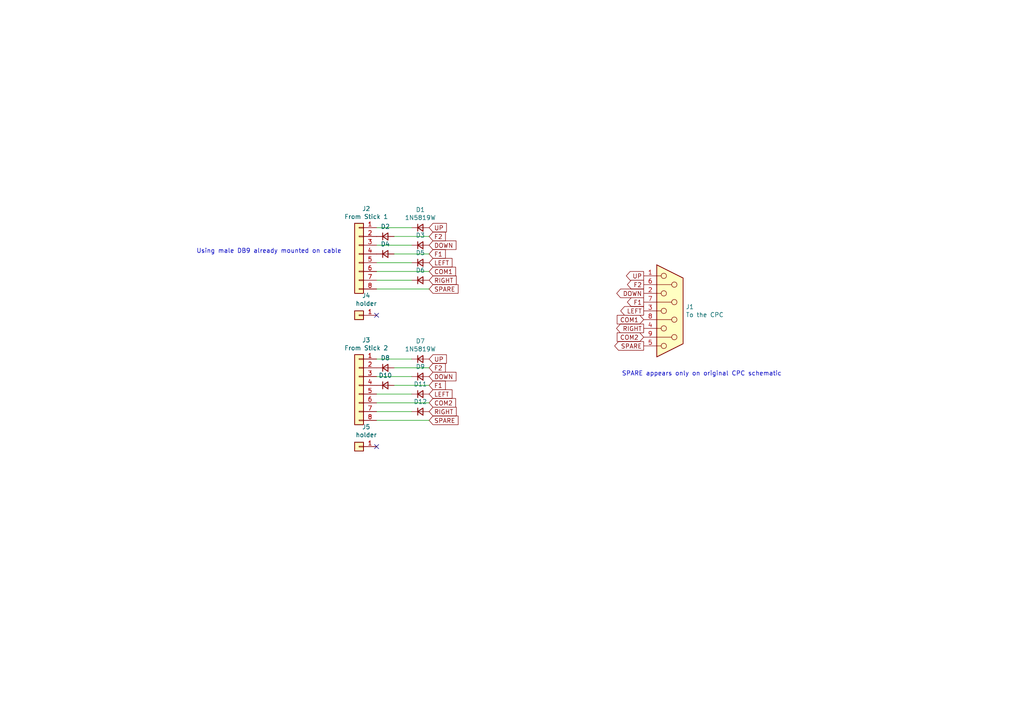
<source format=kicad_sch>
(kicad_sch (version 20211123) (generator eeschema)
  (paper "A4")
  (lib_symbols
    (symbol "Connector:DB9_Female" (pin_names (offset 1.016) hide)
      (property "Reference" "J" (at 0 13.97 0))
      (property "Value" "DB9_Female" (at 0 -14.605 0))
      (symbol "DB9_Female_0_1"
        (circle (center -1.778 -10.16) (radius 0.762))
        (circle (center -1.778 -5.08) (radius 0.762))
        (circle (center -1.778 0) (radius 0.762))
        (circle (center -1.778 5.08) (radius 0.762))
        (circle (center -1.778 10.16) (radius 0.762))
        (polyline (pts (xy -3.81 -10.16) (xy -2.54 -10.16)))
        (polyline (pts (xy -3.81 -7.62) (xy 0.508 -7.62)))
        (polyline (pts (xy -3.81 -5.08) (xy -2.54 -5.08)))
        (polyline (pts (xy -3.81 -2.54) (xy 0.508 -2.54)))
        (polyline (pts (xy -3.81 0) (xy -2.54 0)))
        (polyline (pts (xy -3.81 2.54) (xy 0.508 2.54)))
        (polyline (pts (xy -3.81 5.08) (xy -2.54 5.08)))
        (polyline (pts (xy -3.81 7.62) (xy 0.508 7.62)))
        (polyline (pts (xy -3.81 10.16) (xy -2.54 10.16)))
        (polyline (pts (xy -3.81 13.335) (xy -3.81 -13.335) (xy 3.81 -9.525) (xy 3.81 9.525) (xy -3.81 13.335)) (stroke (width 0.254)) (fill (type background)))
        (circle (center 1.27 -7.62) (radius 0.762))
        (circle (center 1.27 -2.54) (radius 0.762))
        (circle (center 1.27 2.54) (radius 0.762))
        (circle (center 1.27 7.62) (radius 0.762))
      )
      (symbol "DB9_Female_1_1"
        (pin passive line (at -7.62 10.16 0) (length 3.81) (name "1") (number "1"))
        (pin passive line (at -7.62 5.08 0) (length 3.81) (name "2") (number "2"))
        (pin passive line (at -7.62 0 0) (length 3.81) (name "3") (number "3"))
        (pin passive line (at -7.62 -5.08 0) (length 3.81) (name "4") (number "4"))
        (pin passive line (at -7.62 -10.16 0) (length 3.81) (name "5") (number "5"))
        (pin passive line (at -7.62 7.62 0) (length 3.81) (name "6") (number "6"))
        (pin passive line (at -7.62 2.54 0) (length 3.81) (name "7") (number "7"))
        (pin passive line (at -7.62 -2.54 0) (length 3.81) (name "8") (number "8"))
        (pin passive line (at -7.62 -7.62 0) (length 3.81) (name "9") (number "9"))
      )
    )
    (symbol "Connector_Generic:Conn_01x01" (pin_names (offset 1.016) hide)
      (property "Reference" "J" (at 0 2.54 0))
      (property "Value" "Conn_01x01" (at 0 -2.54 0))
      (symbol "Conn_01x01_1_1"
        (rectangle (start -1.27 0.127) (end 0 -0.127) (stroke (width 0.1524)))
        (rectangle (start -1.27 1.27) (end 1.27 -1.27) (stroke (width 0.254)) (fill (type background)))
        (pin passive line (at -5.08 0 0) (length 3.81) (name "Pin_1") (number "1"))
      )
    )
    (symbol "Connector_Generic:Conn_01x08" (pin_names (offset 1.016) hide)
      (property "Reference" "J" (at 0 10.16 0))
      (property "Value" "Conn_01x08" (at 0 -12.7 0))
      (symbol "Conn_01x08_1_1"
        (rectangle (start -1.27 -10.033) (end 0 -10.287) (stroke (width 0.1524)))
        (rectangle (start -1.27 -7.493) (end 0 -7.747) (stroke (width 0.1524)))
        (rectangle (start -1.27 -4.953) (end 0 -5.207) (stroke (width 0.1524)))
        (rectangle (start -1.27 -2.413) (end 0 -2.667) (stroke (width 0.1524)))
        (rectangle (start -1.27 0.127) (end 0 -0.127) (stroke (width 0.1524)))
        (rectangle (start -1.27 2.667) (end 0 2.413) (stroke (width 0.1524)))
        (rectangle (start -1.27 5.207) (end 0 4.953) (stroke (width 0.1524)))
        (rectangle (start -1.27 7.747) (end 0 7.493) (stroke (width 0.1524)))
        (rectangle (start -1.27 8.89) (end 1.27 -11.43) (stroke (width 0.254)) (fill (type background)))
        (pin passive line (at -5.08 7.62 0) (length 3.81) (name "Pin_1") (number "1"))
        (pin passive line (at -5.08 5.08 0) (length 3.81) (name "Pin_2") (number "2"))
        (pin passive line (at -5.08 2.54 0) (length 3.81) (name "Pin_3") (number "3"))
        (pin passive line (at -5.08 0 0) (length 3.81) (name "Pin_4") (number "4"))
        (pin passive line (at -5.08 -2.54 0) (length 3.81) (name "Pin_5") (number "5"))
        (pin passive line (at -5.08 -5.08 0) (length 3.81) (name "Pin_6") (number "6"))
        (pin passive line (at -5.08 -7.62 0) (length 3.81) (name "Pin_7") (number "7"))
        (pin passive line (at -5.08 -10.16 0) (length 3.81) (name "Pin_8") (number "8"))
      )
    )
    (symbol "Device:D_Small" (pin_numbers hide) (pin_names (offset 0.254) hide)
      (property "Reference" "D" (at -1.27 2.032 0))
      (property "Value" "D_Small" (at -3.81 -2.032 0))
      (symbol "D_Small_0_1"
        (polyline (pts (xy -0.762 -1.016) (xy -0.762 1.016)) (stroke (width 0.254)))
        (polyline (pts (xy -0.762 0) (xy 0.762 0)))
        (polyline (pts (xy 0.762 -1.016) (xy -0.762 0) (xy 0.762 1.016) (xy 0.762 -1.016)) (stroke (width 0.254)))
      )
      (symbol "D_Small_1_1"
        (pin passive line (at -2.54 0 0) (length 1.778) (name "K") (number "1"))
        (pin passive line (at 2.54 0 180) (length 1.778) (name "A") (number "2"))
      )
    )
  )
  (no_connect (at 109.22 129.54))
  (no_connect (at 109.22 91.44))
  (wire (pts (xy 114.3 68.58) (xy 124.46 68.58)))
  (wire (pts (xy 114.3 106.68) (xy 124.46 106.68)))
  (wire (pts (xy 109.22 109.22) (xy 119.38 109.22)))
  (wire (pts (xy 109.22 76.2) (xy 119.38 76.2)))
  (wire (pts (xy 124.46 116.84) (xy 109.22 116.84)))
  (wire (pts (xy 109.22 66.04) (xy 119.38 66.04)))
  (wire (pts (xy 124.46 78.74) (xy 109.22 78.74)))
  (wire (pts (xy 109.22 83.82) (xy 124.46 83.82)))
  (wire (pts (xy 109.22 119.38) (xy 119.38 119.38)))
  (wire (pts (xy 109.22 104.14) (xy 119.38 104.14)))
  (wire (pts (xy 109.22 81.28) (xy 119.38 81.28)))
  (wire (pts (xy 109.22 71.12) (xy 119.38 71.12)))
  (wire (pts (xy 114.3 111.76) (xy 124.46 111.76)))
  (wire (pts (xy 109.22 121.92) (xy 124.46 121.92)))
  (wire (pts (xy 114.3 73.66) (xy 124.46 73.66)))
  (wire (pts (xy 109.22 114.3) (xy 119.38 114.3)))
  (text "SPARE appears only on original CPC schematic" (at 180.34 109.22 0) (effects (font (size 1.27 1.27)) (justify left bottom)))
  (text "Using male DB9 already mounted on cable" (at 99.06 73.66 180) (effects (font (size 1.27 1.27)) (justify right bottom)))
  (global_label "DOWN" (shape input) (at 124.46 109.22 0) (property "Références Inter-Feuilles" "${INTERSHEET_REFS}" (effects hide)))
  (global_label "F1" (shape input) (at 124.46 73.66 0) (property "Références Inter-Feuilles" "${INTERSHEET_REFS}" (effects hide)))
  (global_label "SPARE" (shape output) (at 186.69 100.33 180) (property "Références Inter-Feuilles" "${INTERSHEET_REFS}" (effects hide)))
  (global_label "DOWN" (shape input) (at 124.46 71.12 0) (property "Références Inter-Feuilles" "${INTERSHEET_REFS}" (effects hide)))
  (global_label "RIGHT" (shape input) (at 124.46 81.28 0) (property "Références Inter-Feuilles" "${INTERSHEET_REFS}" (effects hide)))
  (global_label "UP" (shape output) (at 186.69 80.01 180) (property "Références Inter-Feuilles" "${INTERSHEET_REFS}" (effects hide)))
  (global_label "COM1" (shape input) (at 186.69 92.71 180) (property "Références Inter-Feuilles" "${INTERSHEET_REFS}" (effects hide)))
  (global_label "LEFT" (shape input) (at 124.46 76.2 0) (property "Références Inter-Feuilles" "${INTERSHEET_REFS}" (effects hide)))
  (global_label "DOWN" (shape output) (at 186.69 85.09 180) (property "Références Inter-Feuilles" "${INTERSHEET_REFS}" (effects hide)))
  (global_label "SPARE" (shape input) (at 124.46 121.92 0) (property "Références Inter-Feuilles" "${INTERSHEET_REFS}" (effects hide)))
  (global_label "F2" (shape input) (at 124.46 68.58 0) (property "Références Inter-Feuilles" "${INTERSHEET_REFS}" (effects hide)))
  (global_label "RIGHT" (shape output) (at 186.69 95.25 180) (property "Références Inter-Feuilles" "${INTERSHEET_REFS}" (effects hide)))
  (global_label "LEFT" (shape output) (at 186.69 90.17 180) (property "Références Inter-Feuilles" "${INTERSHEET_REFS}" (effects hide)))
  (global_label "COM2" (shape input) (at 124.46 116.84 0) (property "Références Inter-Feuilles" "${INTERSHEET_REFS}" (effects hide)))
  (global_label "UP" (shape input) (at 124.46 104.14 0) (property "Références Inter-Feuilles" "${INTERSHEET_REFS}" (effects hide)))
  (global_label "F1" (shape input) (at 124.46 111.76 0) (property "Références Inter-Feuilles" "${INTERSHEET_REFS}" (effects hide)))
  (global_label "UP" (shape input) (at 124.46 66.04 0) (property "Références Inter-Feuilles" "${INTERSHEET_REFS}" (effects hide)))
  (global_label "COM1" (shape input) (at 124.46 78.74 0) (property "Références Inter-Feuilles" "${INTERSHEET_REFS}" (effects hide)))
  (global_label "COM2" (shape input) (at 186.69 97.79 180) (property "Références Inter-Feuilles" "${INTERSHEET_REFS}" (effects hide)))
  (global_label "RIGHT" (shape input) (at 124.46 119.38 0) (property "Références Inter-Feuilles" "${INTERSHEET_REFS}" (effects hide)))
  (global_label "F2" (shape output) (at 186.69 82.55 180) (property "Références Inter-Feuilles" "${INTERSHEET_REFS}" (effects hide)))
  (global_label "F1" (shape output) (at 186.69 87.63 180) (property "Références Inter-Feuilles" "${INTERSHEET_REFS}" (effects hide)))
  (global_label "LEFT" (shape input) (at 124.46 114.3 0) (property "Références Inter-Feuilles" "${INTERSHEET_REFS}" (effects hide)))
  (global_label "SPARE" (shape input) (at 124.46 83.82 0) (property "Références Inter-Feuilles" "${INTERSHEET_REFS}" (effects hide)))
  (global_label "F2" (shape input) (at 124.46 106.68 0) (property "Références Inter-Feuilles" "${INTERSHEET_REFS}" (effects hide)))
  (symbol (lib_id "Connector:DB9_Female") (at 194.31 90.17 0) (unit 1)
    (property "Reference" "J1" (at 198.882 89.0016 0) (effects (justify left)))
    (property "Value" "To the CPC" (at 198.882 91.313 0) (effects (justify left)))
    (property "Footprint" "Connectors_DSub:DSUB-9_Female_EdgeMount_Pitch2.77mm" (effects hide))
    (property "Datasheet" " ~" (effects hide))
    (property "Footprint" "Connectors_DSub:DSUB-9_Female_EdgeMount_Pitch2.77mm" (effects hide))
    (property "Reference" "J1" (effects hide))
    (property "Value" "To the CPC" (effects hide))
  )
  (symbol (lib_id "Device:D_Small") (at 121.92 66.04 0) (unit 1)
    (property "Reference" "D1" (at 121.92 60.833 0))
    (property "Value" "1N5819W" (at 121.92 63.1444 0))
    (property "Footprint" "Diodes_SMD:D_SOD-123" (effects hide))
    (property "Footprint" "Diodes_SMD:D_SOD-123" (effects hide))
    (property "Reference" "D1" (effects hide))
    (property "Value" "1N5819W" (effects hide))
  )
  (symbol (lib_id "Device:D_Small") (at 121.92 71.12 0) (unit 1)
    (property "Reference" "D3" (at 121.92 68.2498 0))
    (property "Value" "1N5819W" (effects hide))
    (property "Footprint" "Diodes_SMD:D_SOD-123" (effects hide))
    (property "Footprint" "Diodes_SMD:D_SOD-123" (effects hide))
    (property "Reference" "D3" (effects hide))
    (property "Value" "1N5819W" (effects hide))
  )
  (symbol (lib_id "Device:D_Small") (at 121.92 76.2 0) (unit 1)
    (property "Reference" "D5" (at 121.92 73.3298 0))
    (property "Value" "1N5819W" (effects hide))
    (property "Footprint" "Diodes_SMD:D_SOD-123" (effects hide))
    (property "Footprint" "Diodes_SMD:D_SOD-123" (effects hide))
    (property "Reference" "D5" (effects hide))
    (property "Value" "1N5819W" (effects hide))
  )
  (symbol (lib_id "Device:D_Small") (at 121.92 81.28 0) (unit 1)
    (property "Reference" "D6" (at 121.92 78.4098 0))
    (property "Value" "1N5819W" (effects hide))
    (property "Footprint" "Diodes_SMD:D_SOD-123" (effects hide))
    (property "Footprint" "Diodes_SMD:D_SOD-123" (effects hide))
    (property "Reference" "D6" (effects hide))
    (property "Value" "1N5819W" (effects hide))
  )
  (symbol (lib_id "Device:D_Small") (at 111.76 68.58 0) (unit 1)
    (property "Reference" "D2" (at 111.76 65.7098 0))
    (property "Value" "1N5819W" (effects hide))
    (property "Footprint" "Diodes_SMD:D_SOD-123" (effects hide))
    (property "Footprint" "Diodes_SMD:D_SOD-123" (effects hide))
    (property "Reference" "D2" (effects hide))
    (property "Value" "1N5819W" (effects hide))
  )
  (symbol (lib_id "Device:D_Small") (at 111.76 73.66 0) (unit 1)
    (property "Reference" "D4" (at 111.76 70.7898 0))
    (property "Value" "1N5819W" (effects hide))
    (property "Footprint" "Diodes_SMD:D_SOD-123" (effects hide))
    (property "Footprint" "Diodes_SMD:D_SOD-123" (effects hide))
    (property "Reference" "D4" (effects hide))
    (property "Value" "1N5819W" (effects hide))
  )
  (symbol (lib_id "Device:D_Small") (at 121.92 104.14 0) (unit 1)
    (property "Reference" "D7" (at 121.92 98.933 0))
    (property "Value" "1N5819W" (at 121.92 101.2444 0))
    (property "Footprint" "Diodes_SMD:D_SOD-123" (effects hide))
    (property "Footprint" "Diodes_SMD:D_SOD-123" (effects hide))
    (property "Reference" "D7" (effects hide))
    (property "Value" "1N5819W" (effects hide))
  )
  (symbol (lib_id "Device:D_Small") (at 121.92 109.22 0) (unit 1)
    (property "Reference" "D9" (at 121.92 106.3498 0))
    (property "Value" "1N5819W" (effects hide))
    (property "Footprint" "Diodes_SMD:D_SOD-123" (effects hide))
    (property "Footprint" "Diodes_SMD:D_SOD-123" (effects hide))
    (property "Reference" "D9" (effects hide))
    (property "Value" "1N5819W" (effects hide))
  )
  (symbol (lib_id "Device:D_Small") (at 121.92 114.3 0) (unit 1)
    (property "Reference" "D11" (at 121.92 111.4298 0))
    (property "Value" "1N5819W" (effects hide))
    (property "Footprint" "Diodes_SMD:D_SOD-123" (effects hide))
    (property "Footprint" "Diodes_SMD:D_SOD-123" (effects hide))
    (property "Reference" "D11" (effects hide))
    (property "Value" "1N5819W" (effects hide))
  )
  (symbol (lib_id "Device:D_Small") (at 121.92 119.38 0) (unit 1)
    (property "Reference" "D12" (at 121.92 116.5098 0))
    (property "Value" "1N5819W" (effects hide))
    (property "Footprint" "Diodes_SMD:D_SOD-123" (effects hide))
    (property "Footprint" "Diodes_SMD:D_SOD-123" (effects hide))
    (property "Reference" "D12" (effects hide))
    (property "Value" "1N5819W" (effects hide))
  )
  (symbol (lib_id "Device:D_Small") (at 111.76 106.68 0) (unit 1)
    (property "Reference" "D8" (at 111.76 103.8098 0))
    (property "Value" "1N5819W" (effects hide))
    (property "Footprint" "Diodes_SMD:D_SOD-123" (effects hide))
    (property "Footprint" "Diodes_SMD:D_SOD-123" (effects hide))
    (property "Reference" "D8" (effects hide))
    (property "Value" "1N5819W" (effects hide))
  )
  (symbol (lib_id "Device:D_Small") (at 111.76 111.76 0) (unit 1)
    (property "Reference" "D10" (at 111.76 108.8898 0))
    (property "Value" "1N5819W" (effects hide))
    (property "Footprint" "Diodes_SMD:D_SOD-123" (effects hide))
    (property "Footprint" "Diodes_SMD:D_SOD-123" (effects hide))
    (property "Reference" "D10" (effects hide))
    (property "Value" "1N5819W" (effects hide))
  )
  (symbol (lib_id "Connector_Generic:Conn_01x08") (at 104.14 73.66 0) (mirror y) (unit 1)
    (property "Reference" "J2" (at 106.2228 60.5282 0))
    (property "Value" "From Stick 1" (at 106.2228 62.8396 0))
    (property "Footprint" "Pin_Headers:Pin_Header_Straight_1x08_Pitch2.54mm" (effects hide))
    (property "Footprint" "Pin_Headers:Pin_Header_Straight_1x08_Pitch2.54mm" (effects hide))
    (property "Reference" "J2" (effects hide))
    (property "Value" "From Stick 1" (effects hide))
  )
  (symbol (lib_id "Connector_Generic:Conn_01x08") (at 104.14 111.76 0) (mirror y) (unit 1)
    (property "Reference" "J3" (at 106.2228 98.6282 0))
    (property "Value" "From Stick 2" (at 106.2228 100.9396 0))
    (property "Footprint" "Pin_Headers:Pin_Header_Straight_1x08_Pitch2.54mm" (effects hide))
    (property "Footprint" "Pin_Headers:Pin_Header_Straight_1x08_Pitch2.54mm" (effects hide))
    (property "Reference" "J3" (effects hide))
    (property "Value" "From Stick 2" (effects hide))
  )
  (symbol (lib_id "Connector_Generic:Conn_01x01") (at 104.14 91.44 180) (unit 1)
    (property "Reference" "J4" (at 106.2228 85.725 0))
    (property "Value" "holder" (at 106.2228 88.0364 0))
    (property "Footprint" "Pin_Headers:Pin_Header_Straight_1x01_Pitch2.54mm" (effects hide))
    (property "Footprint" "Pin_Headers:Pin_Header_Straight_1x01_Pitch2.54mm" (effects hide))
    (property "Reference" "J4" (effects hide))
    (property "Value" "holder" (effects hide))
  )
  (symbol (lib_id "Connector_Generic:Conn_01x01") (at 104.14 129.54 180) (unit 1)
    (property "Reference" "J5" (at 106.2228 123.825 0))
    (property "Value" "holder" (at 106.2228 126.1364 0))
    (property "Footprint" "Pin_Headers:Pin_Header_Straight_1x01_Pitch2.54mm" (effects hide))
    (property "Footprint" "Pin_Headers:Pin_Header_Straight_1x01_Pitch2.54mm" (effects hide))
    (property "Reference" "J5" (effects hide))
    (property "Value" "holder" (effects hide))
  )
)
</source>
